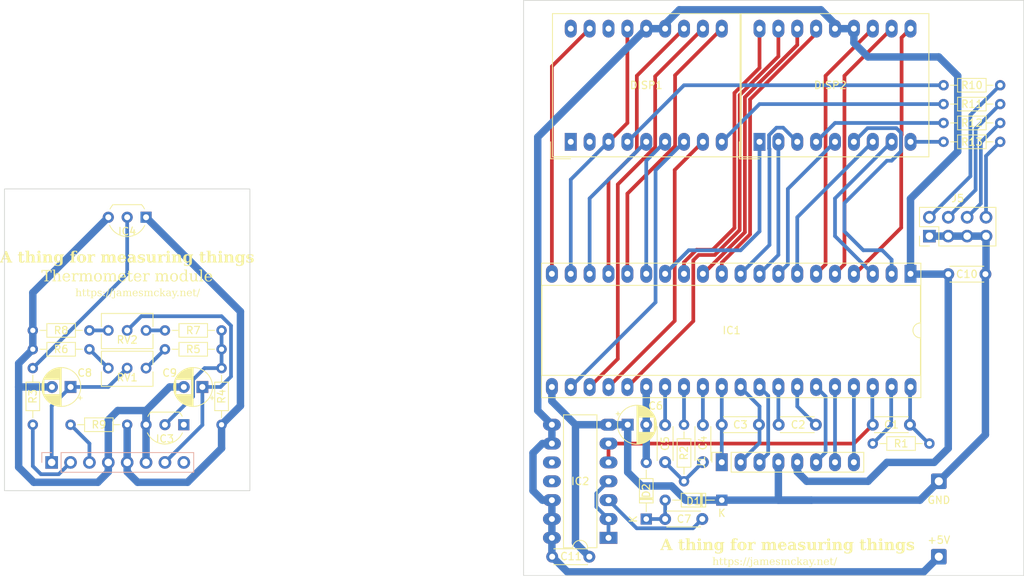
<source format=kicad_pcb>
(kicad_pcb (version 20221018) (generator pcbnew)
  (layers (0 "F.Cu" signal) (31 "B.Cu" signal) (34 "B.Paste" user) (35 "F.Paste" user) (36 "B.SilkS" user "B.Silkscreen") (37 "F.SilkS" user "F.Silkscreen") (38 "B.Mask" user) (39 "F.Mask" user) (44 "Edge.Cuts" user))
  (net 0 "")
  (net 1 "Net-(J2-Pin_1)")
  (net 2 "Net-(IC1-OSC3)")
  (net 3 "Net-(IC1-OSC1)")
  (net 4 "Net-(IC1-OSC2)")
  (net 5 "Net-(D2-A)")
  (net 6 "Net-(D1-A)")
  (net 7 "Net-(IC1-A-Z)")
  (net 8 "Net-(IC1-INT)")
  (net 9 "Net-(IC1-CREF-)")
  (net 10 "Net-(IC1-CREF+)")
  (net 11 "Net-(IC1-BUFF)")
  (net 12 "Net-(IC1-IN_HI)")
  (net 13 "Net-(IC1-IN_LO)")
  (net 14 "Net-(C4-Pad1)")
  (net 15 "Net-(C7-Pad2)")
  (net 16 "Net-(IC1-REF_HI)")
  (net 17 "Net-(IC3-K)")
  (net 18 "Net-(R5-Pad2)")
  (net 19 "Net-(R6-Pad1)")
  (net 20 "Net-(R7-Pad2)")
  (net 21 "Net-(R8-Pad1)")
  (net 22 "GND")
  (net 23 "+5V")
  (net 24 "Net-(J2-Pin_7)")
  (net 27 "Net-(DISP1-b1)")
  (net 28 "Net-(DISP1-dp1)")
  (net 29 "Net-(DISP1-d2)")
  (net 30 "Net-(DISP1-g2)")
  (net 31 "Net-(DISP1-c2)")
  (net 32 "Net-(DISP1-dp2)")
  (net 33 "Net-(DISP1-b2)")
  (net 34 "Net-(DISP1-a2)")
  (net 35 "Net-(DISP1-f2)")
  (net 37 "Net-(DISP1-g1)")
  (net 39 "Net-(DISP2-dp1)")
  (net 40 "Net-(IC1-COMMON)")
  (net 41 "Net-(IC1-REF_LO)")
  (net 42 "Net-(IC1-TEST)")
  (net 43 "Net-(J2-Pin_2)")
  (net 44 "Net-(J2-Pin_3)")
  (net 45 "Net-(DISP2-e1)")
  (net 46 "Net-(DISP2-d1)")
  (net 47 "Net-(DISP2-c1)")
  (net 49 "Net-(DISP2-e2)")
  (net 50 "Net-(DISP2-g2)")
  (net 51 "Net-(DISP2-c2)")
  (net 52 "Net-(DISP2-dp2)")
  (net 53 "Net-(DISP2-b2)")
  (net 54 "Net-(DISP2-a2)")
  (net 55 "Net-(DISP2-f2)")
  (net 56 "Net-(DISP2-b1)")
  (net 57 "Net-(DISP2-a1)")
  (net 58 "Net-(DISP2-g1)")
  (net 59 "Net-(DISP2-f1)")
  (net 60 "Net-(DISP1-e2)")
  (net 61 "Net-(DISP2-d2)")
  (net 62 "Net-(IC3-A)")
  (net 63 "Net-(IC2-Pad1)")
  (net 66 "Net-(IC4-+V_{S})")
  (net 67 "Net-(IC4-V_{OUT})")
  (net 68 "Net-(J5-Pin_2)")
  (net 69 "Net-(J5-Pin_4)")
  (net 70 "Net-(J5-Pin_6)")
  (net 71 "Net-(J5-Pin_8)")
  (footprint "MountingHole:MountingHole_3.2mm_M3" (layer "F.Cu") (at 67.31 50.8)
    (fp_text reference "REF**" hide)
    (fp_text value "MountingHole_3.2mm_M3" hide)
  )
  (footprint "Resistor_THT:R_Axial_DIN0204_L3.6mm_D1.6mm_P7.62mm_Horizontal" (layer "F.Cu") (at 80.01 78.74 180)
    (fp_text reference "R9")
    (fp_text value "27k" hide)
  )
  (footprint "Capacitor_THT:C_Disc_D4.3mm_W1.9mm_P5.00mm" (layer "F.Cu") (at 165.02 78.74 180)
    (fp_text reference "C3")
    (fp_text value "1uF" hide)
  )
  (footprint "Package_TO_SOT_THT:TO-92L_Inline_Wide" (layer "F.Cu") (at 82.55 50.8 180)
    (fp_text reference "IC4")
    (fp_text value "TMP36" hide)
  )
  (footprint "Resistor_THT:R_Axial_DIN0204_L3.6mm_D1.6mm_P7.62mm_Horizontal" (layer "F.Cu") (at 92.71 68.58 180)
    (fp_text reference "R5")
    (fp_text value "100k" hide)
  )
  (footprint "Connector_Wire:SolderWire-0.5sqmm_1x01_D0.9mm_OD2.1mm" (layer "F.Cu") (at 189.23 86.36)
    (fp_text reference "GND")
    (fp_text value "GND" hide)
  )
  (footprint "Capacitor_THT:C_Disc_D4.3mm_W1.9mm_P5.00mm" (layer "F.Cu") (at 180.34 78.74)
    (fp_text reference "C1")
    (fp_text value "100pF" hide)
  )
  (footprint "Package_DIP:DIP-14_W7.62mm_LongPads" (layer "F.Cu") (at 144.78 93.98 180)
    (fp_text reference "IC2")
    (fp_text value "4001" hide)
  )
  (footprint "Connector_PinSocket_2.54mm:PinSocket_1x08_P2.54mm_Vertical" (layer "F.Cu") (at 160.02 83.795 90)
    (fp_text reference "J1")
    (fp_text value "~")
  )
  (footprint "Package_DIP:DIP-40_W15.24mm_Socket_LongPads" (layer "F.Cu") (at 185.42 58.42 -90)
    (fp_text reference "IC1")
    (fp_text value "ICL7107CPL" hide)
  )
  (footprint "Display_7Segment:DA56-11SURKWA" (layer "F.Cu") (at 139.7 40.64 90)
    (fp_text reference "DISP1")
    (fp_text value "D512HDB")
  )
  (footprint "Display_7Segment:DA56-11SURKWA" (layer "F.Cu") (at 165.1 40.64 90)
    (fp_text reference "DISP2")
    (fp_text value "D512HDB" hide)
  )
  (footprint "MountingHole:MountingHole_3.2mm_M3" (layer "F.Cu") (at 90.17 50.8)
    (fp_text reference "REF**" hide)
    (fp_text value "MountingHole_3.2mm_M3" hide)
  )
  (footprint "Resistor_THT:R_Axial_DIN0204_L3.6mm_D1.6mm_P7.62mm_Horizontal" (layer "F.Cu") (at 189.865 35.56)
    (fp_text reference "R11")
    (fp_text value "620R" hide)
  )
  (footprint "Resistor_THT:R_Axial_DIN0204_L3.6mm_D1.6mm_P7.62mm_Horizontal" (layer "F.Cu") (at 92.71 66.04 180)
    (fp_text reference "R7")
    (fp_text value "20k" hide)
  )
  (footprint "Resistor_THT:R_Axial_DIN0204_L3.6mm_D1.6mm_P7.62mm_Horizontal" (layer "F.Cu") (at 197.485 33.02 180)
    (fp_text reference "R10")
    (fp_text value "620R" hide)
  )
  (footprint "Connector_PinHeader_2.54mm:PinHeader_2x04_P2.54mm_Vertical" (layer "F.Cu") (at 187.96 53.34 90)
    (fp_text reference "J5")
    (fp_text value "~")
  )
  (footprint "Capacitor_THT:CP_Radial_D5.0mm_P2.50mm" (layer "F.Cu") (at 90.13 73.66 180)
    (fp_text reference "C9")
    (fp_text value "1uF" hide)
  )
  (footprint "Capacitor_THT:CP_Radial_D5.0mm_P2.50mm" (layer "F.Cu") (at 72.39 73.66 180)
    (fp_text reference "C8")
    (fp_text value "1uF" hide)
  )
  (footprint "Capacitor_THT:C_Disc_D4.3mm_W1.9mm_P5.00mm" (layer "F.Cu") (at 152.4 91.44)
    (fp_text reference "C7")
    (fp_text value "47nF" hide)
  )
  (footprint "Resistor_THT:R_Axial_DIN0204_L3.6mm_D1.6mm_P7.62mm_Horizontal" (layer "F.Cu") (at 74.93 68.58 180)
    (fp_text reference "R6")
    (fp_text value "68k" hide)
  )
  (footprint "MountingHole:MountingHole_3.2mm_M3" (layer "F.Cu") (at 180.325 50.8)
    (fp_text reference "REF**" hide)
    (fp_text value "MountingHole_3.2mm_M3" hide)
  )
  (footprint "Potentiometer_THT:Potentiometer_Bourns_3266Y_Vertical" (layer "F.Cu") (at 82.55 66.04)
    (fp_text reference "RV2")
    (fp_text value "10k" hide)
  )
  (footprint "Diode_THT:D_DO-34_SOD68_P7.62mm_Horizontal" (layer "F.Cu") (at 160.025 88.9 180)
    (fp_text reference "D1")
    (fp_text value "1N4148" hide)
  )
  (footprint "Capacitor_THT:C_Disc_D4.3mm_W1.9mm_P5.00mm" (layer "F.Cu") (at 167.68 78.74)
    (fp_text reference "C2")
    (fp_text value "100nF" hide)
  )
  (footprint "Resistor_THT:R_Axial_DIN0204_L3.6mm_D1.6mm_P7.62mm_Horizontal" (layer "F.Cu") (at 74.93 66.04 180)
    (fp_text reference "R8")
    (fp_text value "100k" hide)
  )
  (footprint "Capacitor_THT:C_Disc_D4.3mm_W1.9mm_P5.00mm" (layer "F.Cu") (at 157.48 83.78 90)
    (fp_text reference "C4")
    (fp_text value "47nF" hide)
  )
  (footprint "Resistor_THT:R_Axial_DIN0204_L3.6mm_D1.6mm_P7.62mm_Horizontal" (layer "F.Cu") (at 67.31 71.12 -90)
    (fp_text reference "R3")
    (fp_text value "33k" hide)
  )
  (footprint "Capacitor_THT:C_Disc_D4.3mm_W1.9mm_P5.00mm" (layer "F.Cu") (at 152.4 83.78 90)
    (fp_text reference "C5")
    (fp_text value "220nF" hide)
  )
  (footprint "Diode_THT:D_DO-34_SOD68_P7.62mm_Horizontal" (layer "F.Cu") (at 149.86 91.445 90)
    (fp_text reference "D2")
    (fp_text value "1N4148" hide)
  )
  (footprint "MountingHole:MountingHole_3.2mm_M3" (layer "F.Cu") (at 157.465 50.8)
    (fp_text reference "REF**" hide)
    (fp_text value "MountingHole_3.2mm_M3" hide)
  )
  (footprint "Capacitor_THT:C_Disc_D4.3mm_W1.9mm_P5.00mm" (layer "F.Cu") (at 190.5 58.46)
    (fp_text reference "C10")
    (fp_text value "47nF" hide)
  )
  (footprint "Capacitor_THT:CP_Radial_D5.0mm_P2.50mm" (layer "F.Cu") (at 147.36 78.74)
    (fp_text reference "C6")
    (fp_text value "10uF" hide)
  )
  (footprint "Package_TO_SOT_THT:TO-92L_Inline_Wide" (layer "F.Cu") (at 87.63 78.74 180)
    (fp_text reference "IC3")
    (fp_text value "LM285Z-1.2" hide)
  )
  (footprint "Potentiometer_THT:Potentiometer_Bourns_3266Y_Vertical" (layer "F.Cu") (at 82.55 71.12)
    (fp_text reference "RV1")
    (fp_text value "10k" hide)
  )
  (footprint "Resistor_THT:R_Axial_DIN0204_L3.6mm_D1.6mm_P7.62mm_Horizontal" (layer "F.Cu") (at 189.865 40.64)
    (fp_text reference "R13")
    (fp_text value "620R" hide)
  )
  (footprint "Resistor_THT:R_Axial_DIN0204_L3.6mm_D1.6mm_P7.62mm_Horizontal" (layer "F.Cu") (at 92.71 78.74 90)
    (fp_text reference "R4")
    (fp_text value "150k" hide)
  )
  (footprint "Resistor_THT:R_Axial_DIN0204_L3.6mm_D1.6mm_P7.62mm_Horizontal" (layer "F.Cu") (at 154.94 78.74 -90)
    (fp_text reference "R2")
    (fp_text value "470k" hide)
  )
  (footprint "Resistor_THT:R_Axial_DIN0204_L3.6mm_D1.6mm_P7.62mm_Horizontal" (layer "F.Cu") (at 180.34 81.28)
    (fp_text reference "R1")
    (fp_text value "100k" hide)
  )
  (footprint "Capacitor_THT:C_Disc_D4.3mm_W1.9mm_P5.00mm" (layer "F.Cu") (at 137.2 96.52)
    (fp_text reference "C11")
    (fp_text value "47nF" hide)
  )
  (footprint "Connector_Wire:SolderWire-0.5sqmm_1x01_D0.9mm_OD2.1mm" (layer "F.Cu") (at 189.23 96.52)
    (fp_text reference "+5V")
    (fp_text value "+5V" hide)
  )
  (footprint "Resistor_THT:R_Axial_DIN0204_L3.6mm_D1.6mm_P7.62mm_Horizontal" (layer "F.Cu") (at 189.865 38.1)
    (fp_text reference "R12")
    (fp_text value "620R" hide)
  )
  (footprint "Connector_PinHeader_2.54mm:PinHeader_1x08_P2.54mm_Vertical" (layer "B.Cu") (at 69.85 83.82 -90)
    (fp_text reference "J2" hide)
    (fp_text value "~")
  )
  (gr_rect (start 133.35 21.59) (end 200.66 99.06) (stroke (width 0.1)) (fill none) (layer "Edge.Cuts"))
  (gr_rect (start 63.5 46.99) (end 96.52 87.63) (stroke (width 0.1)) (fill none) (layer "Edge.Cuts"))
  (gr_text "A thing for measuring things" (at 151.765 95.885) (layer "F.SilkS") (effects (font (size 1.5 1.5) (thickness 0.3) bold) (justify left bottom)))
  (gr_text "https://jamesmckay.net/" (at 73.025 61.595) (layer "F.SilkS") (effects (font (size 1 1) (thickness 0.125)) (justify left bottom)))
  (gr_text "https://jamesmckay.net/" (at 158.75 97.79) (layer "F.SilkS") (effects (font (size 1 1) (thickness 0.125)) (justify left bottom)))
  (gr_text "Thermometer module" (at 80.01 59.69) (layer "F.SilkS") (effects (font (size 1.5 1.5) (thickness 0.1875) italic) (justify bottom)))
  (gr_text "A thing for measuring things" (at 80.01 57.15) (layer "F.SilkS") (effects (font (size 1.5 1.5) (thickness 0.3) bold) (justify bottom)))
  (segment (start 69.85 76.2) (end 69.85 83.82) (width 0.5) (layer "B.Cu") (net 1))
  (segment (start 77.47 73.66) (end 72.39 73.66) (width 0.5) (layer "B.Cu") (net 1))
  (segment (start 72.39 73.66) (end 69.85 76.2) (width 0.5) (layer "B.Cu") (net 1))
  (segment (start 80.01 71.12) (end 77.47 73.66) (width 0.5) (layer "B.Cu") (net 1))
  (segment (start 180.34 78.74) (end 177.8 81.28) (width 0.5) (layer "F.Cu") (net 2))
  (segment (start 144.78 81.28) (end 144.78 83.82) (width 0.5) (layer "F.Cu") (net 2))
  (segment (start 177.8 81.28) (end 144.78 81.28) (width 0.5) (layer "F.Cu") (net 2))
  (segment (start 180.2825 73.66) (end 180.2825 78.6825) (width 0.5) (layer "B.Cu") (net 2))
  (segment (start 185.3625 73.66) (end 185.3625 78.7175) (width 0.5) (layer "B.Cu") (net 3))
  (segment (start 187.88 81.28) (end 185.34 78.74) (width 0.5) (layer "B.Cu") (net 3))
  (segment (start 182.8225 73.66) (end 182.8225 78.7975) (width 0.5) (layer "B.Cu") (net 4))
  (segment (start 182.8225 78.7975) (end 180.34 81.28) (width 0.5) (layer "B.Cu") (net 4))
  (segment (start 149.86 73.66) (end 149.86 78.74) (width 1) (layer "B.Cu") (net 5))
  (segment (start 149.86 78.74) (end 149.86 83.825) (width 1) (layer "B.Cu") (net 5))
  (segment (start 152.405 88.9) (end 152.405 91.435) (width 0.5) (layer "B.Cu") (net 6))
  (segment (start 149.86 91.445) (end 152.395 91.445) (width 0.5) (layer "B.Cu") (net 6))
  (segment (start 157.48 78.78) (end 157.48 73.66) (width 0.5) (layer "B.Cu") (net 7))
  (segment (start 152.4 78.78) (end 152.4 73.66) (width 0.5) (layer "B.Cu") (net 8))
  (segment (start 167.64 73.66) (end 167.64 78.7) (width 0.5) (layer "B.Cu") (net 9))
  (segment (start 170.18 73.7325) (end 170.18 76.27625) (width 0.5) (layer "B.Cu") (net 10))
  (segment (start 170.18 76.27625) (end 172.5675 78.66375) (width 0.5) (layer "B.Cu") (net 10))
  (segment (start 154.94 78.74) (end 154.94 73.66) (width 0.5) (layer "B.Cu") (net 11))
  (segment (start 165.1 81.1975) (end 162.5025 83.795) (width 0.5) (layer "B.Cu") (net 12))
  (segment (start 165.1 76.2725) (end 165.1 81.1975) (width 0.5) (layer "B.Cu") (net 12))
  (segment (start 162.56 73.7325) (end 165.1 76.2725) (width 0.5) (layer "B.Cu") (net 12))
  (segment (start 160.02 83.7375) (end 160.02 73.66) (width 0.5) (layer "B.Cu") (net 13))
  (segment (start 154.94 86.32) (end 157.48 83.78) (width 0.5) (layer "B.Cu") (net 14))
  (segment (start 152.4 83.82) (end 154.94 86.36) (width 0.5) (layer "B.Cu") (net 14))
  (segment (start 148.57 92.69) (end 156.15 92.69) (width 0.5) (layer "B.Cu") (net 15))
  (segment (start 156.15 92.69) (end 157.4 91.44) (width 0.5) (layer "B.Cu") (net 15))
  (segment (start 144.78 88.9) (end 148.57 92.69) (width 0.5) (layer "B.Cu") (net 15))
  (segment (start 175.26 73.66) (end 175.26 83.7375) (width 0.5) (layer "B.Cu") (net 16))
  (segment (start 85.09 78.74) (end 88.88 74.95) (width 0.5) (layer "B.Cu") (net 17))
  (segment (start 90.433604 71.12) (end 92.435 71.12) (width 0.5) (layer "B.Cu") (net 17))
  (segment (start 88.88 72.673604) (end 90.433604 71.12) (width 0.5) (layer "B.Cu") (net 17))
  (segment (start 92.71 66.04) (end 92.71 71.12) (width 0.5) (layer "B.Cu") (net 17))
  (segment (start 88.88 74.95) (end 88.88 72.673604) (width 0.5) (layer "B.Cu") (net 17))
  (segment (start 82.55 71.12) (end 85.09 68.58) (width 0.5) (layer "B.Cu") (net 18))
  (segment (start 77.47 71.12) (end 74.93 68.58) (width 0.5) (layer "B.Cu") (net 19))
  (segment (start 82.55 66.04) (end 85.09 66.04) (width 0.5) (layer "B.Cu") (net 20))
  (segment (start 74.93 66.04) (end 77.47 66.04) (width 0.5) (layer "B.Cu") (net 21))
  (segment (start 195.58 53.34) (end 195.58 58.38) (width 1) (layer "B.Cu") (net 22))
  (segment (start 140.335 94.655) (end 140.335 78.74) (width 1) (layer "B.Cu") (net 22))
  (segment (start 142.2 96.52) (end 140.335 94.655) (width 1) (layer "B.Cu") (net 22))
  (segment (start 167.64 83.795) (end 167.64 88.9) (width 1) (layer "B.Cu") (net 22))
  (segment (start 186.69 88.9) (end 195.5 80.09) (width 1) (layer "B.Cu") (net 22))
  (segment (start 137.16 75.565) (end 140.335 78.74) (width 1) (layer "B.Cu") (net 22))
  (segment (start 153.267896 86.995) (end 155.172896 88.9) (width 1) (layer "B.Cu") (net 22))
  (segment (start 137.16 73.66) (end 137.16 75.565) (width 1) (layer "B.Cu") (net 22))
  (segment (start 187.96 53.34) (end 195.58 53.34) (width 1) (layer "B.Cu") (net 22))
  (segment (start 195.5 80.09) (end 195.5 58.46) (width 1) (layer "B.Cu") (net 22))
  (segment (start 167.64 88.9) (end 172.085 88.9) (width 1) (layer "B.Cu") (net 22))
  (segment (start 149.225 86.995) (end 153.267896 86.995) (width 1) (layer "B.Cu") (net 22))
  (segment (start 147.36 85.13) (end 149.225 86.995) (width 1) (layer "B.Cu") (net 22))
  (segment (start 172.085 88.9) (end 186.69 88.9) (width 1) (layer "B.Cu") (net 22))
  (segment (start 140.335 78.74) (end 147.36 78.74) (width 1) (layer "B.Cu") (net 22))
  (segment (start 147.36 78.74) (end 147.36 85.13) (width 1) (layer "B.Cu") (net 22))
  (segment (start 155.172896 88.9) (end 172.085 88.9) (width 1) (layer "B.Cu") (net 22))
  (segment (start 179.705 29.21) (end 189.23 29.21) (width 1) (layer "B.Cu") (net 23))
  (segment (start 134.62 87.63) (end 134.62 82.55) (width 1) (layer "B.Cu") (net 23))
  (segment (start 177.8 25.4) (end 177.8 27.305) (width 1) (layer "B.Cu") (net 23))
  (segment (start 187.19 98.56) (end 189.23 96.52) (width 1) (layer "B.Cu") (net 23))
  (segment (start 190.5 81.915) (end 190.5 58.46) (width 1) (layer "B.Cu") (net 23))
  (segment (start 137.16 93.98) (end 137.16 96.48) (width 1) (layer "B.Cu") (net 23))
  (segment (start 137.16 78.74) (end 135.255 76.835) (width 1) (layer "B.Cu") (net 23))
  (segment (start 135.89 81.28) (end 137.16 81.28) (width 1) (layer "B.Cu") (net 23))
  (segment (start 137.16 88.9) (end 135.89 88.9) (width 1) (layer "B.Cu") (net 23))
  (segment (start 185.46 58.46) (end 190.5 58.46) (width 1) (layer "B.Cu") (net 23))
  (segment (start 135.89 88.9) (end 134.62 87.63) (width 1) (layer "B.Cu") (net 23))
  (segment (start 170.18 83.795) (end 170.18 85.09) (width 1) (layer "B.Cu") (net 23))
  (segment (start 135.255 76.835) (end 135.255 40.005) (width 1) (layer "B.Cu") (net 23))
  (segment (start 175.26 25.4) (end 177.8 25.4) (width 1) (layer "B.Cu") (net 23))
  (segment (start 189.23 29.21) (end 191.77 31.75) (width 1) (layer "B.Cu") (net 23))
  (segment (start 134.62 82.55) (end 135.89 81.28) (width 1) (layer "B.Cu") (net 23))
  (segment (start 137.16 81.28) (end 137.16 78.74) (width 1) (layer "B.Cu") (net 23))
  (segment (start 139.24 98.56) (end 187.19 98.56) (width 1) (layer "B.Cu") (net 23))
  (segment (start 173.355 22.86) (end 175.26 24.765) (width 1) (layer "B.Cu") (net 23))
  (segment (start 135.255 40.005) (end 149.86 25.4) (width 1) (layer "B.Cu") (net 23))
  (segment (start 149.86 25.4) (end 152.4 25.4) (width 1) (layer "B.Cu") (net 23))
  (segment (start 188.595 83.82) (end 190.5 81.915) (width 1) (layer "B.Cu") (net 23))
  (segment (start 137.16 93.98) (end 137.16 88.9) (width 1) (layer "B.Cu") (net 23))
  (segment (start 191.77 31.75) (end 191.77 41.946547) (width 1) (layer "B.Cu") (net 23))
  (segment (start 182.245 83.82) (end 188.595 83.82) (width 1) (layer "B.Cu") (net 23))
  (segment (start 179.705 86.36) (end 182.245 83.82) (width 1) (layer "B.Cu") (net 23))
  (segment (start 191.77 41.946547) (end 185.42 48.296547) (width 1) (layer "B.Cu") (net 23))
  (segment (start 154.305 22.86) (end 173.355 22.86) (width 1) (layer "B.Cu") (net 23))
  (segment (start 177.8 27.305) (end 179.705 29.21) (width 1) (layer "B.Cu") (net 23))
  (segment (start 171.45 86.36) (end 179.705 86.36) (width 1) (layer "B.Cu") (net 23))
  (segment (start 170.18 85.09) (end 171.45 86.36) (width 1) (layer "B.Cu") (net 23))
  (segment (start 137.2 96.52) (end 139.24 98.56) (width 1) (layer "B.Cu") (net 23))
  (segment (start 185.42 48.296547) (end 185.42 58.42) (width 1) (layer "B.Cu") (net 23))
  (segment (start 152.4 24.765) (end 154.305 22.86) (width 1) (layer "B.Cu") (net 23))
  (segment (start 90.13 73.66) (end 90.13 78.78) (width 0.5) (layer "B.Cu") (net 24))
  (segment (start 90.13 78.78) (end 85.09 83.82) (width 0.5) (layer "B.Cu") (net 24))
  (segment (start 81.915 64.135) (end 92.71 64.135) (width 0.5) (layer "B.Cu") (net 24))
  (segment (start 92.71 64.135) (end 93.98 65.405) (width 0.5) (layer "B.Cu") (net 24))
  (segment (start 93.98 65.405) (end 93.98 72.24977) (width 0.5) (layer "B.Cu") (net 24))
  (segment (start 92.56977 73.66) (end 90.13 73.66) (width 0.5) (layer "B.Cu") (net 24))
  (segment (start 93.98 72.24977) (end 92.56977 73.66) (width 0.5) (layer "B.Cu") (net 24))
  (segment (start 80.01 66.04) (end 81.915 64.135) (width 0.5) (layer "B.Cu") (net 24))
  (segment (start 147.32 25.4) (end 147.32 38.1) (width 0.5) (layer "F.Cu") (net 27))
  (segment (start 147.32 38.1) (end 144.78 40.64) (width 0.5) (layer "F.Cu") (net 27))
  (segment (start 139.7 58.42) (end 139.7 45.72) (width 0.5) (layer "B.Cu") (net 27))
  (segment (start 139.7 45.72) (end 144.78 40.64) (width 0.5) (layer "B.Cu") (net 27))
  (segment (start 189.865 33.02) (end 154.94 33.02) (width 0.5) (layer "B.Cu") (net 28))
  (segment (start 154.94 33.02) (end 147.32 40.64) (width 0.5) (layer "B.Cu") (net 28))
  (segment (start 152.4 40.64) (end 149.86 43.18) (width 0.5) (layer "B.Cu") (net 29))
  (segment (start 149.86 43.18) (end 149.86 58.42) (width 0.5) (layer "B.Cu") (net 29))
  (segment (start 154.94 40.64) (end 151.11 44.47) (width 0.5) (layer "B.Cu") (net 30))
  (segment (start 151.11 62.25) (end 139.7 73.66) (width 0.5) (layer "B.Cu") (net 30))
  (segment (start 151.11 44.47) (end 151.11 62.25) (width 0.5) (layer "B.Cu") (net 30))
  (segment (start 157.48 40.64) (end 153.69 44.43) (width 0.5) (layer "F.Cu") (net 31))
  (segment (start 153.69 64.75) (end 144.78 73.66) (width 0.5) (layer "F.Cu") (net 31))
  (segment (start 153.69 44.43) (end 153.69 64.75) (width 0.5) (layer "F.Cu") (net 31))
  (segment (start 165.1 35.56) (end 160.02 40.64) (width 0.5) (layer "B.Cu") (net 32))
  (segment (start 189.865 35.56) (end 165.1 35.56) (width 0.5) (layer "B.Cu") (net 32))
  (segment (start 153.74 31.68) (end 160.02 25.4) (width 0.5) (layer "F.Cu") (net 33))
  (segment (start 147.32 58.42) (end 147.32 47.625) (width 0.5) (layer "F.Cu") (net 33))
  (segment (start 153.74 41.205) (end 153.74 31.68) (width 0.5) (layer "F.Cu") (net 33))
  (segment (start 147.32 47.625) (end 153.74 41.205) (width 0.5) (layer "F.Cu") (net 33))
  (segment (start 151.06 41.345) (end 146.03 46.375) (width 0.5) (layer "F.Cu") (net 34))
  (segment (start 151.06 31.82) (end 151.06 41.345) (width 0.5) (layer "F.Cu") (net 34))
  (segment (start 146.03 46.375) (end 146.03 69.87) (width 0.5) (layer "F.Cu") (net 34))
  (segment (start 157.48 25.4) (end 151.06 31.82) (width 0.5) (layer "F.Cu") (net 34))
  (segment (start 146.03 69.87) (end 142.24 73.66) (width 0.5) (layer "F.Cu") (net 34))
  (segment (start 148.59 31.75) (end 148.59 41.91) (width 0.5) (layer "F.Cu") (net 35))
  (segment (start 154.94 25.4) (end 148.59 31.75) (width 0.5) (layer "F.Cu") (net 35))
  (segment (start 144.78 45.72) (end 144.78 58.42) (width 0.5) (layer "F.Cu") (net 35))
  (segment (start 148.59 41.91) (end 144.78 45.72) (width 0.5) (layer "F.Cu") (net 35))
  (segment (start 142.24 25.4) (end 137.16 30.48) (width 0.5) (layer "F.Cu") (net 37))
  (segment (start 137.16 30.48) (end 137.16 58.42) (width 0.5) (layer "F.Cu") (net 37))
  (segment (start 175.26 38.1) (end 172.72 40.64) (width 0.5) (layer "B.Cu") (net 39))
  (segment (start 189.865 38.1) (end 175.26 38.1) (width 0.5) (layer "B.Cu") (net 39))
  (segment (start 166.27 82.625) (end 165.1 83.795) (width 0.5) (layer "B.Cu") (net 40))
  (segment (start 165.1 73.66) (end 166.27 74.83) (width 0.5) (layer "B.Cu") (net 40))
  (segment (start 166.27 74.83) (end 166.27 82.625) (width 0.5) (layer "B.Cu") (net 40))
  (segment (start 172.72 73.66) (end 173.99 74.93) (width 0.5) (layer "B.Cu") (net 41))
  (segment (start 173.99 74.93) (end 173.99 82.4675) (width 0.5) (layer "B.Cu") (net 41))
  (segment (start 173.99 82.4675) (end 172.6625 83.795) (width 0.5) (layer "B.Cu") (net 41))
  (segment (start 177.8 73.7325) (end 177.8 83.7375) (width 0.5) (layer "B.Cu") (net 42))
  (segment (start 68.403553 85.41) (end 67.31 84.316447) (width 0.5) (layer "B.Cu") (net 43))
  (segment (start 67.31 84.316447) (end 67.31 78.74) (width 0.5) (layer "B.Cu") (net 43))
  (segment (start 70.8 85.41) (end 68.403553 85.41) (width 0.5) (layer "B.Cu") (net 43))
  (segment (start 72.39 83.82) (end 70.8 85.41) (width 0.5) (layer "B.Cu") (net 43))
  (segment (start 72.39 78.74) (end 74.93 81.28) (width 0.5) (layer "B.Cu") (net 44))
  (segment (start 74.93 81.28) (end 74.93 83.82) (width 0.5) (layer "B.Cu") (net 44))
  (segment (start 162.56 55.245) (end 165.1 52.705) (width 0.5) (layer "B.Cu") (net 45))
  (segment (start 155.575 55.245) (end 162.56 55.245) (width 0.5) (layer "B.Cu") (net 45))
  (segment (start 152.4 58.42) (end 155.575 55.245) (width 0.5) (layer "B.Cu") (net 45))
  (segment (start 165.1 52.705) (end 165.1 40.64) (width 0.5) (layer "B.Cu") (net 45))
  (segment (start 167.64 55.88) (end 165.1 58.42) (width 0.5) (layer "B.Cu") (net 46))
  (segment (start 167.64 40.64) (end 167.64 55.88) (width 0.5) (layer "B.Cu") (net 46))
  (segment (start 166.44 54.54) (end 166.44 41.600654) (width 0.5) (layer "B.Cu") (net 47))
  (segment (start 168.275 38.735) (end 170.18 40.64) (width 0.5) (layer "B.Cu") (net 47))
  (segment (start 166.39 39.729346) (end 167.384346 38.735) (width 0.5) (layer "B.Cu") (net 47))
  (segment (start 166.44 41.600654) (end 166.39 41.550654) (width 0.5) (layer "B.Cu") (net 47))
  (segment (start 162.56 58.42) (end 166.44 54.54) (width 0.5) (layer "B.Cu") (net 47))
  (segment (start 166.39 41.550654) (end 166.39 39.729346) (width 0.5) (layer "B.Cu") (net 47))
  (segment (start 167.384346 38.735) (end 168.275 38.735) (width 0.5) (layer "B.Cu") (net 47))
  (segment (start 167.64 58.42) (end 168.91 57.15) (width 0.5) (layer "B.Cu") (net 49))
  (segment (start 168.91 46.99) (end 175.26 40.64) (width 0.5) (layer "B.Cu") (net 49))
  (segment (start 168.91 57.15) (end 168.91 46.99) (width 0.5) (layer "B.Cu") (net 49))
  (segment (start 180.34 40.64) (end 170.18 50.8) (width 0.5) (layer "B.Cu") (net 50))
  (segment (start 170.18 50.8) (end 170.18 58.42) (width 0.5) (layer "B.Cu") (net 50))
  (segment (start 175.26 48.26) (end 175.26 53.34) (width 0.5) (layer "B.Cu") (net 51))
  (segment (start 175.26 53.34) (end 180.34 58.42) (width 0.5) (layer "B.Cu") (net 51))
  (segment (start 182.88 40.64) (end 175.26 48.26) (width 0.5) (layer "B.Cu") (net 51))
  (segment (start 185.42 40.64) (end 189.865 40.64) (width 0.5) (layer "B.Cu") (net 52))
  (segment (start 184.22 26.6) (end 184.22 39.679346) (width 0.5) (layer "F.Cu") (net 53))
  (segment (start 184.17 39.729346) (end 184.17 52.20875) (width 0.5) (layer "F.Cu") (net 53))
  (segment (start 184.22 39.679346) (end 184.17 39.729346) (width 0.5) (layer "F.Cu") (net 53))
  (segment (start 185.42 25.4) (end 184.22 26.6) (width 0.5) (layer "F.Cu") (net 53))
  (segment (start 184.17 52.20875) (end 177.95875 58.42) (width 0.5) (layer "F.Cu") (net 53))
  (segment (start 176.53 57.15) (end 175.26 58.42) (width 0.5) (layer "F.Cu") (net 54))
  (segment (start 176.53 31.75) (end 176.53 57.15) (width 0.5) (layer "F.Cu") (net 54))
  (segment (start 182.88 25.4) (end 176.53 31.75) (width 0.5) (layer "F.Cu") (net 54))
  (segment (start 173.99 57.15) (end 172.72 58.42) (width 0.5) (layer "F.Cu") (net 55))
  (segment (start 180.34 25.4) (end 173.99 31.75) (width 0.5) (layer "F.Cu") (net 55))
  (segment (start 173.99 31.75) (end 173.99 57.15) (width 0.5) (layer "F.Cu") (net 55))
  (segment (start 160.02 56.919598) (end 160.02 58.42) (width 0.5) (layer "F.Cu") (net 56))
  (segment (start 172.72 26.035) (end 163.83 34.925) (width 0.5) (layer "F.Cu") (net 56))
  (segment (start 163.83 53.109598) (end 160.02 56.919598) (width 0.5) (layer "F.Cu") (net 56))
  (segment (start 163.83 34.925) (end 163.83 53.109598) (width 0.5) (layer "F.Cu") (net 56))
  (segment (start 163.13 52.819648) (end 157.529648 58.42) (width 0.5) (layer "F.Cu") (net 57))
  (segment (start 170.18 27.58505) (end 163.13 34.63505) (width 0.5) (layer "F.Cu") (net 57))
  (segment (start 163.13 34.63505) (end 163.13 52.819648) (width 0.5) (layer "F.Cu") (net 57))
  (segment (start 170.18 25.4) (end 170.18 27.58505) (width 0.5) (layer "F.Cu") (net 57))
  (segment (start 156.19 64.79) (end 147.32 73.66) (width 0.5) (layer "F.Cu") (net 58))
  (segment (start 156.91 55.88) (end 156.19 56.6) (width 0.5) (layer "F.Cu") (net 58))
  (segment (start 162.43 52.529698) (end 159.079697 55.88) (width 0.5) (layer "F.Cu") (net 58))
  (segment (start 159.079697 55.88) (end 156.91 55.88) (width 0.5) (layer "F.Cu") (net 58))
  (segment (start 156.19 56.6) (end 156.19 64.79) (width 0.5) (layer "F.Cu") (net 58))
  (segment (start 162.43 34.345101) (end 162.43 52.529698) (width 0.5) (layer "F.Cu") (net 58))
  (segment (start 167.64 29.1351) (end 162.43 34.345101) (width 0.5) (layer "F.Cu") (net 58))
  (segment (start 167.64 25.4) (end 167.64 29.1351) (width 0.5) (layer "F.Cu") (net 58))
  (segment (start 158.789748 55.18) (end 156.62005 55.18) (width 0.5) (layer "F.Cu") (net 59))
  (segment (start 165.1 30.68515) (end 161.73 34.055151) (width 0.5) (layer "F.Cu") (net 59))
  (segment (start 161.73 52.239748) (end 158.789748 55.18) (width 0.5) (layer "F.Cu") (net 59))
  (segment (start 161.73 34.055151) (end 161.73 52.239748) (width 0.5) (layer "F.Cu") (net 59))
  (segment (start 156.62005 55.18) (end 154.94 56.86005) (width 0.5) (layer "F.Cu") (net 59))
  (segment (start 165.1 25.4) (end 165.1 30.68515) (width 0.5) (layer "F.Cu") (net 59))
  (segment (start 154.94 56.86005) (end 154.94 58.42) (width 0.5) (layer "F.Cu") (net 59))
  (segment (start 142.24 58.42) (end 142.24 48.26) (width 0.5) (layer "B.Cu") (net 60))
  (segment (start 142.24 48.26) (end 149.86 40.64) (width 0.5) (layer "B.Cu") (net 60))
  (segment (start 179.64 38.8) (end 177.8 40.64) (width 0.5) (layer "B.Cu") (net 61))
  (segment (start 184.13 41.93) (end 184.13 39.415) (width 0.5) (layer "B.Cu") (net 61))
  (segment (start 182.88 43.18) (end 184.13 41.93) (width 0.5) (layer "B.Cu") (net 61))
  (segment (start 182.245 43.18) (end 182.88 43.18) (width 0.5) (layer "B.Cu") (net 61))
  (segment (start 182.88 58.42) (end 182.88 56.515) (width 0.5) (layer "B.Cu") (net 61))
  (segment (start 176.53 48.895) (end 182.245 43.18) (width 0.5) (layer "B.Cu") (net 61))
  (segment (start 181.61 55.245) (end 179.07 55.245) (width 0.5) (layer "B.Cu") (net 61))
  (segment (start 183.515 38.8) (end 179.64 38.8) (width 0.5) (layer "B.Cu") (net 61))
  (segment (start 182.88 56.515) (end 181.61 55.245) (width 0.5) (layer "B.Cu") (net 61))
  (segment (start 176.53 52.705) (end 176.53 48.895) (width 0.5) (layer "B.Cu") (net 61))
  (segment (start 184.13 39.415) (end 183.515 38.8) (width 0.5) (layer "B.Cu") (net 61))
  (segment (start 179.07 55.245) (end 176.53 52.705) (width 0.5) (layer "B.Cu") (net 61))
  (segment (start 82.55 77.345104) (end 82.55 83.82) (width 1) (layer "B.Cu") (net 62))
  (segment (start 65.405 73.66) (end 65.405 84.455) (width 1) (layer "B.Cu") (net 62))
  (segment (start 67.31 68.58) (end 65.405 70.485) (width 1) (layer "B.Cu") (net 62))
  (segment (start 77.47 85.09) (end 77.47 83.82) (width 1) (layer "B.Cu") (net 62))
  (segment (start 67.31 60.96) (end 77.47 50.8) (width 1) (layer "B.Cu") (net 62))
  (segment (start 82.55 78.74) (end 82.55 77.345104) (width 1) (layer "B.Cu") (net 62))
  (segment (start 67.31 68.58) (end 67.31 66.04) (width 1) (layer "B.Cu") (net 62))
  (segment (start 69.89 73.66) (end 65.405 73.66) (width 1) (layer "B.Cu") (net 62))
  (segment (start 85.725 73.66) (end 87.63 73.66) (width 1) (layer "B.Cu") (net 62))
  (segment (start 77.47 83.82) (end 77.47 78.105) (width 1) (layer "B.Cu") (net 62))
  (segment (start 82.55 76.835) (end 85.725 73.66) (width 1) (layer "B.Cu") (net 62))
  (segment (start 82.55 77.345104) (end 82.55 76.835) (width 1) (layer "B.Cu") (net 62))
  (segment (start 76.065 86.495) (end 77.47 85.09) (width 1) (layer "B.Cu") (net 62))
  (segment (start 65.405 84.455) (end 67.445 86.495) (width 1) (layer "B.Cu") (net 62))
  (segment (start 77.47 78.105) (end 78.74 76.835) (width 1) (layer "B.Cu") (net 62))
  (segment (start 67.31 66.04) (end 67.31 60.96) (width 1) (layer "B.Cu") (net 62))
  (segment (start 78.74 76.835) (end 82.55 76.835) (width 1) (layer "B.Cu") (net 62))
  (segment (start 65.405 70.485) (end 65.405 73.66) (width 1) (layer "B.Cu") (net 62))
  (segment (start 67.445 86.495) (end 76.065 86.495) (width 1) (layer "B.Cu") (net 62))
  (segment (start 143.13 89.79) (end 144.78 91.44) (width 0.5) (layer "B.Cu") (net 63))
  (segment (start 143.13 88.01) (end 143.13 89.79) (width 0.5) (layer "B.Cu") (net 63))
  (segment (start 144.78 86.36) (end 143.13 88.01) (width 0.5) (layer "B.Cu") (net 63))
  (segment (start 144.78 91.44) (end 144.78 93.98) (width 0.5) (layer "B.Cu") (net 63))
  (segment (start 81.415 86.495) (end 88.13 86.495) (width 1) (layer "B.Cu") (net 66))
  (segment (start 80.01 83.82) (end 80.01 85.09) (width 1) (layer "B.Cu") (net 66))
  (segment (start 80.01 78.74) (end 80.01 83.86) (width 1) (layer "B.Cu") (net 66))
  (segment (start 92.71 78.74) (end 95.25 76.2) (width 1) (layer "B.Cu") (net 66))
  (segment (start 88.13 86.495) (end 92.71 81.915) (width 1) (layer "B.Cu") (net 66))
  (segment (start 80.01 85.09) (end 81.415 86.495) (width 1) (layer "B.Cu") (net 66))
  (segment (start 92.71 81.915) (end 92.71 78.74) (width 1) (layer "B.Cu") (net 66))
  (segment (start 95.25 63.5) (end 82.55 50.8) (width 1) (layer "B.Cu") (net 66))
  (segment (start 95.25 76.2) (end 95.25 63.5) (width 1) (layer "B.Cu") (net 66))
  (segment (start 67.31 71.12) (end 80.01 58.42) (width 0.5) (layer "B.Cu") (net 67))
  (segment (start 80.01 58.42) (end 80.01 50.8) (width 0.5) (layer "B.Cu") (net 67))
  (segment (start 193.48 37.025) (end 197.485 33.02) (width 0.5) (layer "B.Cu") (net 68))
  (segment (start 187.96 50.8) (end 193.48 45.28) (width 0.5) (layer "B.Cu") (net 68))
  (segment (start 193.48 45.28) (end 193.48 37.025) (width 0.5) (layer "B.Cu") (net 68))
  (segment (start 190.5 50.8) (end 194.18 47.12) (width 0.5) (layer "B.Cu") (net 69))
  (segment (start 194.18 47.12) (end 194.18 38.865) (width 0.5) (layer "B.Cu") (net 69))
  (segment (start 194.18 38.865) (end 197.485 35.56) (width 0.5) (layer "B.Cu") (net 69))
  (segment (start 193.04 50.8) (end 194.88 48.96) (width 0.5) (layer "B.Cu") (net 70))
  (segment (start 194.88 48.96) (end 194.88 40.705) (width 0.5) (layer "B.Cu") (net 70))
  (segment (start 194.88 40.705) (end 197.485 38.1) (width 0.5) (layer "B.Cu") (net 70))
  (segment (start 195.58 50.8) (end 195.58 42.545) (width 0.5) (layer "B.Cu") (net 71))
  (segment (start 195.58 42.545) (end 197.485 40.64) (width 0.5) (layer "B.Cu") (net 71))
)
</source>
